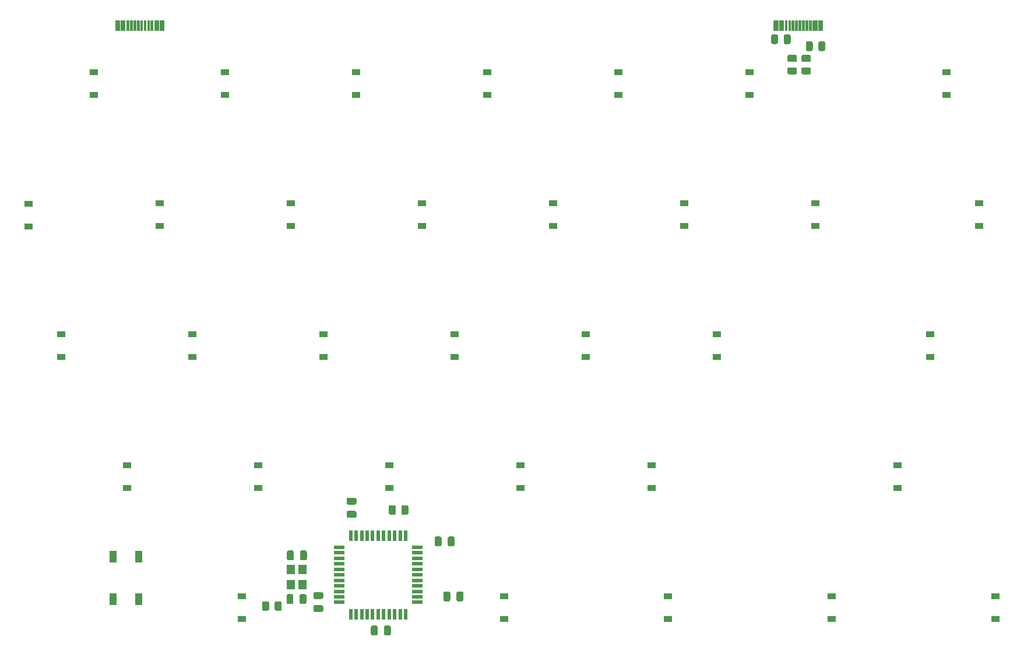
<source format=gbr>
%TF.GenerationSoftware,KiCad,Pcbnew,(5.1.10-1-10_14)*%
%TF.CreationDate,2022-06-17T19:42:32+09:00*%
%TF.ProjectId,pcb-right,7063622d-7269-4676-9874-2e6b69636164,rev?*%
%TF.SameCoordinates,Original*%
%TF.FileFunction,Paste,Bot*%
%TF.FilePolarity,Positive*%
%FSLAX46Y46*%
G04 Gerber Fmt 4.6, Leading zero omitted, Abs format (unit mm)*
G04 Created by KiCad (PCBNEW (5.1.10-1-10_14)) date 2022-06-17 19:42:32*
%MOMM*%
%LPD*%
G01*
G04 APERTURE LIST*
%ADD10R,1.200000X1.400000*%
%ADD11R,1.500000X0.550000*%
%ADD12R,0.550000X1.500000*%
%ADD13R,1.100000X1.800000*%
%ADD14R,1.200000X0.900000*%
G04 APERTURE END LIST*
%TO.C,C7*%
G36*
G01*
X81796000Y-110965000D02*
X81796000Y-110015000D01*
G75*
G02*
X82046000Y-109765000I250000J0D01*
G01*
X82546000Y-109765000D01*
G75*
G02*
X82796000Y-110015000I0J-250000D01*
G01*
X82796000Y-110965000D01*
G75*
G02*
X82546000Y-111215000I-250000J0D01*
G01*
X82046000Y-111215000D01*
G75*
G02*
X81796000Y-110965000I0J250000D01*
G01*
G37*
G36*
G01*
X79896000Y-110965000D02*
X79896000Y-110015000D01*
G75*
G02*
X80146000Y-109765000I250000J0D01*
G01*
X80646000Y-109765000D01*
G75*
G02*
X80896000Y-110015000I0J-250000D01*
G01*
X80896000Y-110965000D01*
G75*
G02*
X80646000Y-111215000I-250000J0D01*
G01*
X80146000Y-111215000D01*
G75*
G02*
X79896000Y-110965000I0J250000D01*
G01*
G37*
%TD*%
%TO.C,R8*%
G36*
G01*
X83523500Y-92513999D02*
X83523500Y-93414001D01*
G75*
G02*
X83273501Y-93664000I-249999J0D01*
G01*
X82748499Y-93664000D01*
G75*
G02*
X82498500Y-93414001I0J249999D01*
G01*
X82498500Y-92513999D01*
G75*
G02*
X82748499Y-92264000I249999J0D01*
G01*
X83273501Y-92264000D01*
G75*
G02*
X83523500Y-92513999I0J-249999D01*
G01*
G37*
G36*
G01*
X85348500Y-92513999D02*
X85348500Y-93414001D01*
G75*
G02*
X85098501Y-93664000I-249999J0D01*
G01*
X84573499Y-93664000D01*
G75*
G02*
X84323500Y-93414001I0J249999D01*
G01*
X84323500Y-92513999D01*
G75*
G02*
X84573499Y-92264000I249999J0D01*
G01*
X85098501Y-92264000D01*
G75*
G02*
X85348500Y-92513999I0J-249999D01*
G01*
G37*
%TD*%
D10*
%TO.C,Y1*%
X68277000Y-101600000D03*
X68277000Y-103800000D03*
X69977000Y-103800000D03*
X69977000Y-101600000D03*
%TD*%
%TO.C,USB2*%
G36*
G01*
X49230000Y-23279000D02*
X49230000Y-21829000D01*
G75*
G02*
X49280000Y-21779000I50000J0D01*
G01*
X49880000Y-21779000D01*
G75*
G02*
X49930000Y-21829000I0J-50000D01*
G01*
X49930000Y-23279000D01*
G75*
G02*
X49880000Y-23329000I-50000J0D01*
G01*
X49280000Y-23329000D01*
G75*
G02*
X49230000Y-23279000I0J50000D01*
G01*
G37*
G36*
G01*
X42780000Y-23279000D02*
X42780000Y-21829000D01*
G75*
G02*
X42830000Y-21779000I50000J0D01*
G01*
X43430000Y-21779000D01*
G75*
G02*
X43480000Y-21829000I0J-50000D01*
G01*
X43480000Y-23279000D01*
G75*
G02*
X43430000Y-23329000I-50000J0D01*
G01*
X42830000Y-23329000D01*
G75*
G02*
X42780000Y-23279000I0J50000D01*
G01*
G37*
G36*
G01*
X48455000Y-23279000D02*
X48455000Y-21829000D01*
G75*
G02*
X48505000Y-21779000I50000J0D01*
G01*
X49105000Y-21779000D01*
G75*
G02*
X49155000Y-21829000I0J-50000D01*
G01*
X49155000Y-23279000D01*
G75*
G02*
X49105000Y-23329000I-50000J0D01*
G01*
X48505000Y-23329000D01*
G75*
G02*
X48455000Y-23279000I0J50000D01*
G01*
G37*
G36*
G01*
X43555000Y-23279000D02*
X43555000Y-21829000D01*
G75*
G02*
X43605000Y-21779000I50000J0D01*
G01*
X44205000Y-21779000D01*
G75*
G02*
X44255000Y-21829000I0J-50000D01*
G01*
X44255000Y-23279000D01*
G75*
G02*
X44205000Y-23329000I-50000J0D01*
G01*
X43605000Y-23329000D01*
G75*
G02*
X43555000Y-23279000I0J50000D01*
G01*
G37*
G36*
G01*
X44405000Y-23279000D02*
X44405000Y-21829000D01*
G75*
G02*
X44455000Y-21779000I50000J0D01*
G01*
X44755000Y-21779000D01*
G75*
G02*
X44805000Y-21829000I0J-50000D01*
G01*
X44805000Y-23279000D01*
G75*
G02*
X44755000Y-23329000I-50000J0D01*
G01*
X44455000Y-23329000D01*
G75*
G02*
X44405000Y-23279000I0J50000D01*
G01*
G37*
G36*
G01*
X47905000Y-23279000D02*
X47905000Y-21829000D01*
G75*
G02*
X47955000Y-21779000I50000J0D01*
G01*
X48255000Y-21779000D01*
G75*
G02*
X48305000Y-21829000I0J-50000D01*
G01*
X48305000Y-23279000D01*
G75*
G02*
X48255000Y-23329000I-50000J0D01*
G01*
X47955000Y-23329000D01*
G75*
G02*
X47905000Y-23279000I0J50000D01*
G01*
G37*
G36*
G01*
X44905000Y-23279000D02*
X44905000Y-21829000D01*
G75*
G02*
X44955000Y-21779000I50000J0D01*
G01*
X45255000Y-21779000D01*
G75*
G02*
X45305000Y-21829000I0J-50000D01*
G01*
X45305000Y-23279000D01*
G75*
G02*
X45255000Y-23329000I-50000J0D01*
G01*
X44955000Y-23329000D01*
G75*
G02*
X44905000Y-23279000I0J50000D01*
G01*
G37*
G36*
G01*
X47405000Y-23279000D02*
X47405000Y-21829000D01*
G75*
G02*
X47455000Y-21779000I50000J0D01*
G01*
X47755000Y-21779000D01*
G75*
G02*
X47805000Y-21829000I0J-50000D01*
G01*
X47805000Y-23279000D01*
G75*
G02*
X47755000Y-23329000I-50000J0D01*
G01*
X47455000Y-23329000D01*
G75*
G02*
X47405000Y-23279000I0J50000D01*
G01*
G37*
G36*
G01*
X45405000Y-23279000D02*
X45405000Y-21829000D01*
G75*
G02*
X45455000Y-21779000I50000J0D01*
G01*
X45755000Y-21779000D01*
G75*
G02*
X45805000Y-21829000I0J-50000D01*
G01*
X45805000Y-23279000D01*
G75*
G02*
X45755000Y-23329000I-50000J0D01*
G01*
X45455000Y-23329000D01*
G75*
G02*
X45405000Y-23279000I0J50000D01*
G01*
G37*
G36*
G01*
X46905000Y-23279000D02*
X46905000Y-21829000D01*
G75*
G02*
X46955000Y-21779000I50000J0D01*
G01*
X47255000Y-21779000D01*
G75*
G02*
X47305000Y-21829000I0J-50000D01*
G01*
X47305000Y-23279000D01*
G75*
G02*
X47255000Y-23329000I-50000J0D01*
G01*
X46955000Y-23329000D01*
G75*
G02*
X46905000Y-23279000I0J50000D01*
G01*
G37*
G36*
G01*
X46405000Y-23279000D02*
X46405000Y-21829000D01*
G75*
G02*
X46455000Y-21779000I50000J0D01*
G01*
X46755000Y-21779000D01*
G75*
G02*
X46805000Y-21829000I0J-50000D01*
G01*
X46805000Y-23279000D01*
G75*
G02*
X46755000Y-23329000I-50000J0D01*
G01*
X46455000Y-23329000D01*
G75*
G02*
X46405000Y-23279000I0J50000D01*
G01*
G37*
G36*
G01*
X45905000Y-23279000D02*
X45905000Y-21829000D01*
G75*
G02*
X45955000Y-21779000I50000J0D01*
G01*
X46255000Y-21779000D01*
G75*
G02*
X46305000Y-21829000I0J-50000D01*
G01*
X46305000Y-23279000D01*
G75*
G02*
X46255000Y-23329000I-50000J0D01*
G01*
X45955000Y-23329000D01*
G75*
G02*
X45905000Y-23279000I0J50000D01*
G01*
G37*
%TD*%
%TO.C,USB1*%
G36*
G01*
X144861000Y-23279000D02*
X144861000Y-21829000D01*
G75*
G02*
X144911000Y-21779000I50000J0D01*
G01*
X145511000Y-21779000D01*
G75*
G02*
X145561000Y-21829000I0J-50000D01*
G01*
X145561000Y-23279000D01*
G75*
G02*
X145511000Y-23329000I-50000J0D01*
G01*
X144911000Y-23329000D01*
G75*
G02*
X144861000Y-23279000I0J50000D01*
G01*
G37*
G36*
G01*
X138411000Y-23279000D02*
X138411000Y-21829000D01*
G75*
G02*
X138461000Y-21779000I50000J0D01*
G01*
X139061000Y-21779000D01*
G75*
G02*
X139111000Y-21829000I0J-50000D01*
G01*
X139111000Y-23279000D01*
G75*
G02*
X139061000Y-23329000I-50000J0D01*
G01*
X138461000Y-23329000D01*
G75*
G02*
X138411000Y-23279000I0J50000D01*
G01*
G37*
G36*
G01*
X144086000Y-23279000D02*
X144086000Y-21829000D01*
G75*
G02*
X144136000Y-21779000I50000J0D01*
G01*
X144736000Y-21779000D01*
G75*
G02*
X144786000Y-21829000I0J-50000D01*
G01*
X144786000Y-23279000D01*
G75*
G02*
X144736000Y-23329000I-50000J0D01*
G01*
X144136000Y-23329000D01*
G75*
G02*
X144086000Y-23279000I0J50000D01*
G01*
G37*
G36*
G01*
X139186000Y-23279000D02*
X139186000Y-21829000D01*
G75*
G02*
X139236000Y-21779000I50000J0D01*
G01*
X139836000Y-21779000D01*
G75*
G02*
X139886000Y-21829000I0J-50000D01*
G01*
X139886000Y-23279000D01*
G75*
G02*
X139836000Y-23329000I-50000J0D01*
G01*
X139236000Y-23329000D01*
G75*
G02*
X139186000Y-23279000I0J50000D01*
G01*
G37*
G36*
G01*
X140036000Y-23279000D02*
X140036000Y-21829000D01*
G75*
G02*
X140086000Y-21779000I50000J0D01*
G01*
X140386000Y-21779000D01*
G75*
G02*
X140436000Y-21829000I0J-50000D01*
G01*
X140436000Y-23279000D01*
G75*
G02*
X140386000Y-23329000I-50000J0D01*
G01*
X140086000Y-23329000D01*
G75*
G02*
X140036000Y-23279000I0J50000D01*
G01*
G37*
G36*
G01*
X143536000Y-23279000D02*
X143536000Y-21829000D01*
G75*
G02*
X143586000Y-21779000I50000J0D01*
G01*
X143886000Y-21779000D01*
G75*
G02*
X143936000Y-21829000I0J-50000D01*
G01*
X143936000Y-23279000D01*
G75*
G02*
X143886000Y-23329000I-50000J0D01*
G01*
X143586000Y-23329000D01*
G75*
G02*
X143536000Y-23279000I0J50000D01*
G01*
G37*
G36*
G01*
X140536000Y-23279000D02*
X140536000Y-21829000D01*
G75*
G02*
X140586000Y-21779000I50000J0D01*
G01*
X140886000Y-21779000D01*
G75*
G02*
X140936000Y-21829000I0J-50000D01*
G01*
X140936000Y-23279000D01*
G75*
G02*
X140886000Y-23329000I-50000J0D01*
G01*
X140586000Y-23329000D01*
G75*
G02*
X140536000Y-23279000I0J50000D01*
G01*
G37*
G36*
G01*
X143036000Y-23279000D02*
X143036000Y-21829000D01*
G75*
G02*
X143086000Y-21779000I50000J0D01*
G01*
X143386000Y-21779000D01*
G75*
G02*
X143436000Y-21829000I0J-50000D01*
G01*
X143436000Y-23279000D01*
G75*
G02*
X143386000Y-23329000I-50000J0D01*
G01*
X143086000Y-23329000D01*
G75*
G02*
X143036000Y-23279000I0J50000D01*
G01*
G37*
G36*
G01*
X141036000Y-23279000D02*
X141036000Y-21829000D01*
G75*
G02*
X141086000Y-21779000I50000J0D01*
G01*
X141386000Y-21779000D01*
G75*
G02*
X141436000Y-21829000I0J-50000D01*
G01*
X141436000Y-23279000D01*
G75*
G02*
X141386000Y-23329000I-50000J0D01*
G01*
X141086000Y-23329000D01*
G75*
G02*
X141036000Y-23279000I0J50000D01*
G01*
G37*
G36*
G01*
X142536000Y-23279000D02*
X142536000Y-21829000D01*
G75*
G02*
X142586000Y-21779000I50000J0D01*
G01*
X142886000Y-21779000D01*
G75*
G02*
X142936000Y-21829000I0J-50000D01*
G01*
X142936000Y-23279000D01*
G75*
G02*
X142886000Y-23329000I-50000J0D01*
G01*
X142586000Y-23329000D01*
G75*
G02*
X142536000Y-23279000I0J50000D01*
G01*
G37*
G36*
G01*
X142036000Y-23279000D02*
X142036000Y-21829000D01*
G75*
G02*
X142086000Y-21779000I50000J0D01*
G01*
X142386000Y-21779000D01*
G75*
G02*
X142436000Y-21829000I0J-50000D01*
G01*
X142436000Y-23279000D01*
G75*
G02*
X142386000Y-23329000I-50000J0D01*
G01*
X142086000Y-23329000D01*
G75*
G02*
X142036000Y-23279000I0J50000D01*
G01*
G37*
G36*
G01*
X141536000Y-23279000D02*
X141536000Y-21829000D01*
G75*
G02*
X141586000Y-21779000I50000J0D01*
G01*
X141886000Y-21779000D01*
G75*
G02*
X141936000Y-21829000I0J-50000D01*
G01*
X141936000Y-23279000D01*
G75*
G02*
X141886000Y-23329000I-50000J0D01*
G01*
X141586000Y-23329000D01*
G75*
G02*
X141536000Y-23279000I0J50000D01*
G01*
G37*
%TD*%
D11*
%TO.C,U1*%
X86662500Y-106393750D03*
X86662500Y-105593750D03*
X86662500Y-104793750D03*
X86662500Y-103993750D03*
X86662500Y-103193750D03*
X86662500Y-102393750D03*
X86662500Y-101593750D03*
X86662500Y-100793750D03*
X86662500Y-99993750D03*
X86662500Y-99193750D03*
X86662500Y-98393750D03*
D12*
X84962500Y-96693750D03*
X84162500Y-96693750D03*
X83362500Y-96693750D03*
X82562500Y-96693750D03*
X81762500Y-96693750D03*
X80962500Y-96693750D03*
X80162500Y-96693750D03*
X79362500Y-96693750D03*
X78562500Y-96693750D03*
X77762500Y-96693750D03*
X76962500Y-96693750D03*
D11*
X75262500Y-98393750D03*
X75262500Y-99193750D03*
X75262500Y-99993750D03*
X75262500Y-100793750D03*
X75262500Y-101593750D03*
X75262500Y-102393750D03*
X75262500Y-103193750D03*
X75262500Y-103993750D03*
X75262500Y-104793750D03*
X75262500Y-105593750D03*
X75262500Y-106393750D03*
D12*
X76962500Y-108093750D03*
X77762500Y-108093750D03*
X78562500Y-108093750D03*
X79362500Y-108093750D03*
X80162500Y-108093750D03*
X80962500Y-108093750D03*
X81762500Y-108093750D03*
X82562500Y-108093750D03*
X83362500Y-108093750D03*
X84162500Y-108093750D03*
X84962500Y-108093750D03*
%TD*%
D13*
%TO.C,SW1*%
X42473000Y-105970000D03*
X46173000Y-99770000D03*
X46173000Y-105970000D03*
X42473000Y-99770000D03*
%TD*%
%TO.C,R7*%
G36*
G01*
X65108500Y-106483999D02*
X65108500Y-107384001D01*
G75*
G02*
X64858501Y-107634000I-249999J0D01*
G01*
X64333499Y-107634000D01*
G75*
G02*
X64083500Y-107384001I0J249999D01*
G01*
X64083500Y-106483999D01*
G75*
G02*
X64333499Y-106234000I249999J0D01*
G01*
X64858501Y-106234000D01*
G75*
G02*
X65108500Y-106483999I0J-249999D01*
G01*
G37*
G36*
G01*
X66933500Y-106483999D02*
X66933500Y-107384001D01*
G75*
G02*
X66683501Y-107634000I-249999J0D01*
G01*
X66158499Y-107634000D01*
G75*
G02*
X65908500Y-107384001I0J249999D01*
G01*
X65908500Y-106483999D01*
G75*
G02*
X66158499Y-106234000I249999J0D01*
G01*
X66683501Y-106234000D01*
G75*
G02*
X66933500Y-106483999I0J-249999D01*
G01*
G37*
%TD*%
%TO.C,R6*%
G36*
G01*
X143579001Y-27817500D02*
X142678999Y-27817500D01*
G75*
G02*
X142429000Y-27567501I0J249999D01*
G01*
X142429000Y-27042499D01*
G75*
G02*
X142678999Y-26792500I249999J0D01*
G01*
X143579001Y-26792500D01*
G75*
G02*
X143829000Y-27042499I0J-249999D01*
G01*
X143829000Y-27567501D01*
G75*
G02*
X143579001Y-27817500I-249999J0D01*
G01*
G37*
G36*
G01*
X143579001Y-29642500D02*
X142678999Y-29642500D01*
G75*
G02*
X142429000Y-29392501I0J249999D01*
G01*
X142429000Y-28867499D01*
G75*
G02*
X142678999Y-28617500I249999J0D01*
G01*
X143579001Y-28617500D01*
G75*
G02*
X143829000Y-28867499I0J-249999D01*
G01*
X143829000Y-29392501D01*
G75*
G02*
X143579001Y-29642500I-249999J0D01*
G01*
G37*
%TD*%
%TO.C,R5*%
G36*
G01*
X141547001Y-27817500D02*
X140646999Y-27817500D01*
G75*
G02*
X140397000Y-27567501I0J249999D01*
G01*
X140397000Y-27042499D01*
G75*
G02*
X140646999Y-26792500I249999J0D01*
G01*
X141547001Y-26792500D01*
G75*
G02*
X141797000Y-27042499I0J-249999D01*
G01*
X141797000Y-27567501D01*
G75*
G02*
X141547001Y-27817500I-249999J0D01*
G01*
G37*
G36*
G01*
X141547001Y-29642500D02*
X140646999Y-29642500D01*
G75*
G02*
X140397000Y-29392501I0J249999D01*
G01*
X140397000Y-28867499D01*
G75*
G02*
X140646999Y-28617500I249999J0D01*
G01*
X141547001Y-28617500D01*
G75*
G02*
X141797000Y-28867499I0J-249999D01*
G01*
X141797000Y-29392501D01*
G75*
G02*
X141547001Y-29642500I-249999J0D01*
G01*
G37*
%TD*%
%TO.C,R2*%
G36*
G01*
X144102500Y-25076999D02*
X144102500Y-25977001D01*
G75*
G02*
X143852501Y-26227000I-249999J0D01*
G01*
X143327499Y-26227000D01*
G75*
G02*
X143077500Y-25977001I0J249999D01*
G01*
X143077500Y-25076999D01*
G75*
G02*
X143327499Y-24827000I249999J0D01*
G01*
X143852501Y-24827000D01*
G75*
G02*
X144102500Y-25076999I0J-249999D01*
G01*
G37*
G36*
G01*
X145927500Y-25076999D02*
X145927500Y-25977001D01*
G75*
G02*
X145677501Y-26227000I-249999J0D01*
G01*
X145152499Y-26227000D01*
G75*
G02*
X144902500Y-25977001I0J249999D01*
G01*
X144902500Y-25076999D01*
G75*
G02*
X145152499Y-24827000I249999J0D01*
G01*
X145677501Y-24827000D01*
G75*
G02*
X145927500Y-25076999I0J-249999D01*
G01*
G37*
%TD*%
%TO.C,R1*%
G36*
G01*
X139869500Y-24961001D02*
X139869500Y-24060999D01*
G75*
G02*
X140119499Y-23811000I249999J0D01*
G01*
X140644501Y-23811000D01*
G75*
G02*
X140894500Y-24060999I0J-249999D01*
G01*
X140894500Y-24961001D01*
G75*
G02*
X140644501Y-25211000I-249999J0D01*
G01*
X140119499Y-25211000D01*
G75*
G02*
X139869500Y-24961001I0J249999D01*
G01*
G37*
G36*
G01*
X138044500Y-24961001D02*
X138044500Y-24060999D01*
G75*
G02*
X138294499Y-23811000I249999J0D01*
G01*
X138819501Y-23811000D01*
G75*
G02*
X139069500Y-24060999I0J-249999D01*
G01*
X139069500Y-24961001D01*
G75*
G02*
X138819501Y-25211000I-249999J0D01*
G01*
X138294499Y-25211000D01*
G75*
G02*
X138044500Y-24961001I0J249999D01*
G01*
G37*
%TD*%
D14*
%TO.C,D33*%
X170656250Y-105506250D03*
X170656250Y-108806250D03*
%TD*%
%TO.C,D32*%
X156368750Y-86456250D03*
X156368750Y-89756250D03*
%TD*%
%TO.C,D31*%
X161131250Y-67406250D03*
X161131250Y-70706250D03*
%TD*%
%TO.C,D30*%
X168275000Y-48356250D03*
X168275000Y-51656250D03*
%TD*%
%TO.C,D29*%
X163512500Y-29306250D03*
X163512500Y-32606250D03*
%TD*%
%TO.C,D28*%
X146843750Y-105506250D03*
X146843750Y-108806250D03*
%TD*%
%TO.C,D27*%
X144462500Y-48356250D03*
X144462500Y-51656250D03*
%TD*%
%TO.C,D26*%
X134937500Y-29306250D03*
X134937500Y-32606250D03*
%TD*%
%TO.C,D25*%
X123031250Y-105506250D03*
X123031250Y-108806250D03*
%TD*%
%TO.C,D24*%
X120650000Y-86456250D03*
X120650000Y-89756250D03*
%TD*%
%TO.C,D23*%
X130175000Y-67406250D03*
X130175000Y-70706250D03*
%TD*%
%TO.C,D22*%
X125412500Y-48356250D03*
X125412500Y-51656250D03*
%TD*%
%TO.C,D21*%
X115887500Y-29306250D03*
X115887500Y-32606250D03*
%TD*%
%TO.C,D20*%
X99218750Y-105506250D03*
X99218750Y-108806250D03*
%TD*%
%TO.C,D19*%
X101600000Y-86456250D03*
X101600000Y-89756250D03*
%TD*%
%TO.C,D18*%
X111125000Y-67406250D03*
X111125000Y-70706250D03*
%TD*%
%TO.C,D17*%
X106362500Y-48356250D03*
X106362500Y-51656250D03*
%TD*%
%TO.C,D16*%
X96837500Y-29306250D03*
X96837500Y-32606250D03*
%TD*%
%TO.C,D15*%
X82550000Y-86456250D03*
X82550000Y-89756250D03*
%TD*%
%TO.C,D14*%
X92075000Y-67406250D03*
X92075000Y-70706250D03*
%TD*%
%TO.C,D13*%
X87312500Y-48356250D03*
X87312500Y-51656250D03*
%TD*%
%TO.C,D12*%
X77787500Y-29306250D03*
X77787500Y-32606250D03*
%TD*%
%TO.C,D11*%
X61181250Y-105506250D03*
X61181250Y-108806250D03*
%TD*%
%TO.C,D10*%
X63500000Y-86456250D03*
X63500000Y-89756250D03*
%TD*%
%TO.C,D9*%
X73025000Y-67406250D03*
X73025000Y-70706250D03*
%TD*%
%TO.C,D8*%
X68262500Y-48356250D03*
X68262500Y-51656250D03*
%TD*%
%TO.C,D7*%
X58737500Y-29306250D03*
X58737500Y-32606250D03*
%TD*%
%TO.C,D6*%
X44450000Y-86456250D03*
X44450000Y-89756250D03*
%TD*%
%TO.C,D5*%
X53975000Y-67406250D03*
X53975000Y-70706250D03*
%TD*%
%TO.C,D4*%
X49212500Y-48356250D03*
X49212500Y-51656250D03*
%TD*%
%TO.C,D3*%
X39687500Y-29306250D03*
X39687500Y-32606250D03*
%TD*%
%TO.C,D2*%
X34925000Y-67406250D03*
X34925000Y-70706250D03*
%TD*%
%TO.C,D1*%
X30162500Y-48418750D03*
X30162500Y-51718750D03*
%TD*%
%TO.C,C6*%
G36*
G01*
X69538000Y-106393000D02*
X69538000Y-105443000D01*
G75*
G02*
X69788000Y-105193000I250000J0D01*
G01*
X70288000Y-105193000D01*
G75*
G02*
X70538000Y-105443000I0J-250000D01*
G01*
X70538000Y-106393000D01*
G75*
G02*
X70288000Y-106643000I-250000J0D01*
G01*
X69788000Y-106643000D01*
G75*
G02*
X69538000Y-106393000I0J250000D01*
G01*
G37*
G36*
G01*
X67638000Y-106393000D02*
X67638000Y-105443000D01*
G75*
G02*
X67888000Y-105193000I250000J0D01*
G01*
X68388000Y-105193000D01*
G75*
G02*
X68638000Y-105443000I0J-250000D01*
G01*
X68638000Y-106393000D01*
G75*
G02*
X68388000Y-106643000I-250000J0D01*
G01*
X67888000Y-106643000D01*
G75*
G02*
X67638000Y-106393000I0J250000D01*
G01*
G37*
%TD*%
%TO.C,C5*%
G36*
G01*
X68699000Y-99093000D02*
X68699000Y-100043000D01*
G75*
G02*
X68449000Y-100293000I-250000J0D01*
G01*
X67949000Y-100293000D01*
G75*
G02*
X67699000Y-100043000I0J250000D01*
G01*
X67699000Y-99093000D01*
G75*
G02*
X67949000Y-98843000I250000J0D01*
G01*
X68449000Y-98843000D01*
G75*
G02*
X68699000Y-99093000I0J-250000D01*
G01*
G37*
G36*
G01*
X70599000Y-99093000D02*
X70599000Y-100043000D01*
G75*
G02*
X70349000Y-100293000I-250000J0D01*
G01*
X69849000Y-100293000D01*
G75*
G02*
X69599000Y-100043000I0J250000D01*
G01*
X69599000Y-99093000D01*
G75*
G02*
X69849000Y-98843000I250000J0D01*
G01*
X70349000Y-98843000D01*
G75*
G02*
X70599000Y-99093000I0J-250000D01*
G01*
G37*
%TD*%
%TO.C,C4*%
G36*
G01*
X76614000Y-93099000D02*
X77564000Y-93099000D01*
G75*
G02*
X77814000Y-93349000I0J-250000D01*
G01*
X77814000Y-93849000D01*
G75*
G02*
X77564000Y-94099000I-250000J0D01*
G01*
X76614000Y-94099000D01*
G75*
G02*
X76364000Y-93849000I0J250000D01*
G01*
X76364000Y-93349000D01*
G75*
G02*
X76614000Y-93099000I250000J0D01*
G01*
G37*
G36*
G01*
X76614000Y-91199000D02*
X77564000Y-91199000D01*
G75*
G02*
X77814000Y-91449000I0J-250000D01*
G01*
X77814000Y-91949000D01*
G75*
G02*
X77564000Y-92199000I-250000J0D01*
G01*
X76614000Y-92199000D01*
G75*
G02*
X76364000Y-91949000I0J250000D01*
G01*
X76364000Y-91449000D01*
G75*
G02*
X76614000Y-91199000I250000J0D01*
G01*
G37*
%TD*%
%TO.C,C3*%
G36*
G01*
X72738000Y-105910000D02*
X71788000Y-105910000D01*
G75*
G02*
X71538000Y-105660000I0J250000D01*
G01*
X71538000Y-105160000D01*
G75*
G02*
X71788000Y-104910000I250000J0D01*
G01*
X72738000Y-104910000D01*
G75*
G02*
X72988000Y-105160000I0J-250000D01*
G01*
X72988000Y-105660000D01*
G75*
G02*
X72738000Y-105910000I-250000J0D01*
G01*
G37*
G36*
G01*
X72738000Y-107810000D02*
X71788000Y-107810000D01*
G75*
G02*
X71538000Y-107560000I0J250000D01*
G01*
X71538000Y-107060000D01*
G75*
G02*
X71788000Y-106810000I250000J0D01*
G01*
X72738000Y-106810000D01*
G75*
G02*
X72988000Y-107060000I0J-250000D01*
G01*
X72988000Y-107560000D01*
G75*
G02*
X72738000Y-107810000I-250000J0D01*
G01*
G37*
%TD*%
%TO.C,C2*%
G36*
G01*
X91062000Y-98011000D02*
X91062000Y-97061000D01*
G75*
G02*
X91312000Y-96811000I250000J0D01*
G01*
X91812000Y-96811000D01*
G75*
G02*
X92062000Y-97061000I0J-250000D01*
G01*
X92062000Y-98011000D01*
G75*
G02*
X91812000Y-98261000I-250000J0D01*
G01*
X91312000Y-98261000D01*
G75*
G02*
X91062000Y-98011000I0J250000D01*
G01*
G37*
G36*
G01*
X89162000Y-98011000D02*
X89162000Y-97061000D01*
G75*
G02*
X89412000Y-96811000I250000J0D01*
G01*
X89912000Y-96811000D01*
G75*
G02*
X90162000Y-97061000I0J-250000D01*
G01*
X90162000Y-98011000D01*
G75*
G02*
X89912000Y-98261000I-250000J0D01*
G01*
X89412000Y-98261000D01*
G75*
G02*
X89162000Y-98011000I0J250000D01*
G01*
G37*
%TD*%
%TO.C,C1*%
G36*
G01*
X91432000Y-105062000D02*
X91432000Y-106012000D01*
G75*
G02*
X91182000Y-106262000I-250000J0D01*
G01*
X90682000Y-106262000D01*
G75*
G02*
X90432000Y-106012000I0J250000D01*
G01*
X90432000Y-105062000D01*
G75*
G02*
X90682000Y-104812000I250000J0D01*
G01*
X91182000Y-104812000D01*
G75*
G02*
X91432000Y-105062000I0J-250000D01*
G01*
G37*
G36*
G01*
X93332000Y-105062000D02*
X93332000Y-106012000D01*
G75*
G02*
X93082000Y-106262000I-250000J0D01*
G01*
X92582000Y-106262000D01*
G75*
G02*
X92332000Y-106012000I0J250000D01*
G01*
X92332000Y-105062000D01*
G75*
G02*
X92582000Y-104812000I250000J0D01*
G01*
X93082000Y-104812000D01*
G75*
G02*
X93332000Y-105062000I0J-250000D01*
G01*
G37*
%TD*%
M02*

</source>
